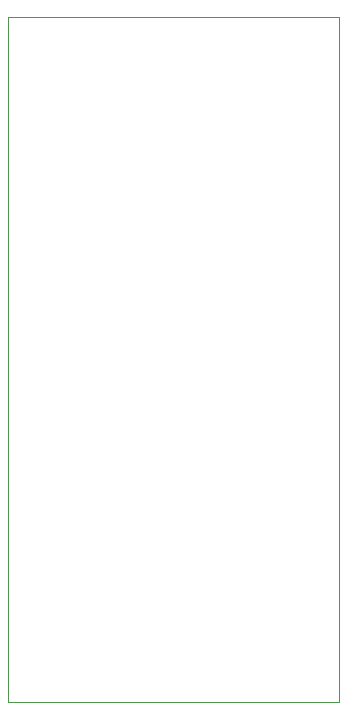
<source format=gbr>
%TF.GenerationSoftware,KiCad,Pcbnew,9.0.2*%
%TF.CreationDate,2025-06-18T22:14:32+09:00*%
%TF.ProjectId,LoRa_TM,4c6f5261-5f54-44d2-9e6b-696361645f70,rev?*%
%TF.SameCoordinates,Original*%
%TF.FileFunction,Profile,NP*%
%FSLAX46Y46*%
G04 Gerber Fmt 4.6, Leading zero omitted, Abs format (unit mm)*
G04 Created by KiCad (PCBNEW 9.0.2) date 2025-06-18 22:14:32*
%MOMM*%
%LPD*%
G01*
G04 APERTURE LIST*
%TA.AperFunction,Profile*%
%ADD10C,0.010000*%
%TD*%
G04 APERTURE END LIST*
D10*
X86058000Y-69976000D02*
X114058000Y-69976000D01*
X114058000Y-127976000D01*
X86058000Y-127976000D01*
X86058000Y-69976000D01*
M02*

</source>
